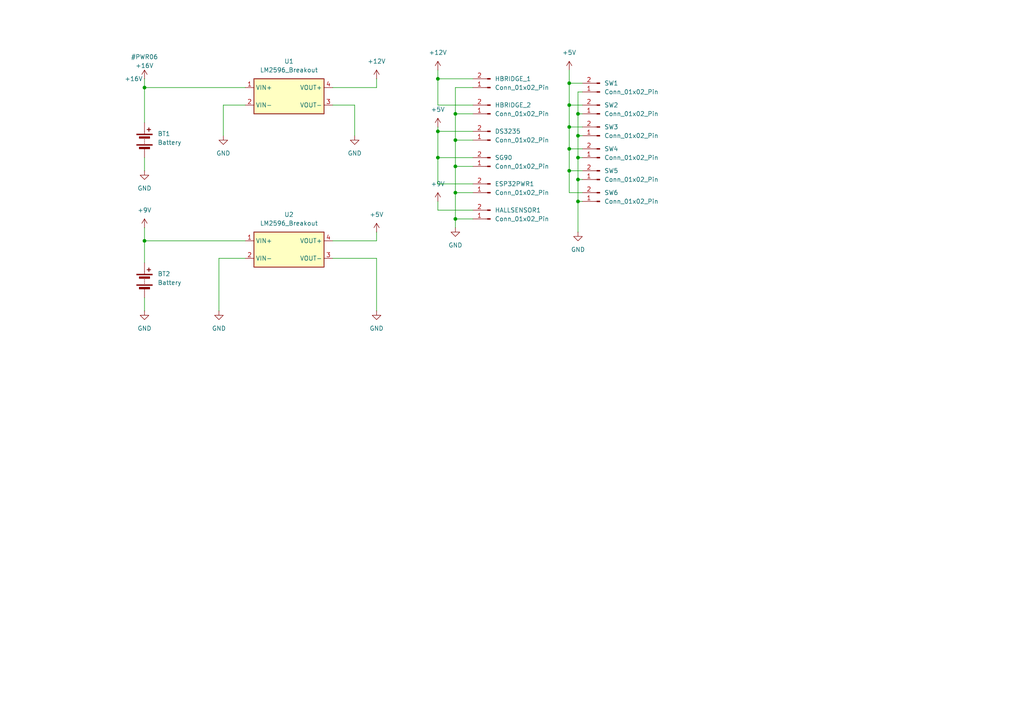
<source format=kicad_sch>
(kicad_sch (version 20250114) (generator "eeschema") (generator_version "9.0")
  (paper "A4")
  (lib_symbols
    (symbol "Connector:Conn_01x02_Pin" (pin_names (offset 1.016) (hide yes))
      (property "Reference" "J" (at 0 2.54 0))
      (property "Value" "Conn_01x02_Pin" (at 0 -5.08 0))
      (symbol "Conn_01x02_Pin_1_1"
        (rectangle (start 0.8636 0.127) (end 0 -0.127) (stroke (width 0.1524)) (fill (type outline)))
        (rectangle (start 0.8636 -2.413) (end 0 -2.667) (stroke (width 0.1524)) (fill (type outline)))
        (polyline (pts (xy 1.27 0) (xy 0.8636 0)) (stroke (width 0.1524)))
        (polyline (pts (xy 1.27 -2.54) (xy 0.8636 -2.54)) (stroke (width 0.1524)))
        (pin passive line (at 5.08 0 180) (length 3.81) (name "Pin_1") (number "1"))
        (pin passive line (at 5.08 -2.54 180) (length 3.81) (name "Pin_2") (number "2"))
      )
    )
    (symbol "Device:Battery" (pin_numbers (hide yes)) (pin_names (offset 0) (hide yes))
      (property "Reference" "BT" (at 2.54 2.54 0))
      (property "Value" "Battery" (at 2.54 0 0))
      (symbol "Battery_0_1"
        (rectangle (start -2.286 1.778) (end 2.286 1.524) (fill (type outline)))
        (rectangle (start -2.286 -1.27) (end 2.286 -1.524) (fill (type outline)))
        (rectangle (start -1.524 1.016) (end 1.524 0.508) (fill (type outline)))
        (rectangle (start -1.524 -2.032) (end 1.524 -2.54) (fill (type outline)))
        (polyline (pts (xy 0 1.778) (xy 0 2.54)))
        (polyline (pts (xy 0 0) (xy 0 0.254)))
        (polyline (pts (xy 0 -0.508) (xy 0 -0.254)))
        (polyline (pts (xy 0 -1.016) (xy 0 -0.762)))
        (polyline (pts (xy 0.762 3.048) (xy 1.778 3.048)) (stroke (width 0.254)))
        (polyline (pts (xy 1.27 3.556) (xy 1.27 2.54)) (stroke (width 0.254)))
      )
      (symbol "Battery_1_1"
        (pin passive line (at 0 5.08 270) (length 2.54) (name "+") (number "1"))
        (pin passive line (at 0 -5.08 90) (length 2.54) (name "-") (number "2"))
      )
    )
    (symbol "GS_PMIC:LM2596_Breakout"
      (property "Reference" "U1" (at 0 10.16 0))
      (property "Value" "LM2596_Breakout" (at 0 7.62 0))
      (symbol "LM2596_Breakout_0_1"
        (rectangle (start -10.16 5.08) (end 10.16 -5.08) (stroke (width 0.254)) (fill (type background)))
      )
      (symbol "LM2596_Breakout_1_1"
        (pin power_in line (at -12.7 2.54 0) (length 2.54) (name "VIN+") (number "1"))
        (pin power_in line (at -12.7 -2.54 0) (length 2.54) (name "VIN-") (number "2"))
        (pin power_out line (at 12.7 2.54 180) (length 2.54) (name "VOUT+") (number "4"))
        (pin power_out line (at 12.7 -2.54 180) (length 2.54) (name "VOUT-") (number "3"))
      )
    )
    (symbol "LM2596_Breakout_1"
      (property "Reference" "U2" (at 0 10.16 0))
      (property "Value" "LM2596_Breakout" (at 0 7.62 0))
      (symbol "LM2596_Breakout_1_0_1"
        (rectangle (start -10.16 5.08) (end 10.16 -5.08) (stroke (width 0.254)) (fill (type background)))
      )
      (symbol "LM2596_Breakout_1_1_1"
        (pin power_in line (at -12.7 2.54 0) (length 2.54) (name "VIN+") (number "1"))
        (pin power_in line (at -12.7 -2.54 0) (length 2.54) (name "VIN-") (number "2"))
        (pin power_out line (at 12.7 2.54 180) (length 2.54) (name "VOUT+") (number "4"))
        (pin power_out line (at 12.7 -2.54 180) (length 2.54) (name "VOUT-") (number "3"))
      )
    )
    (symbol "power:+12V" (power) (pin_numbers (hide yes)) (pin_names (offset 0) (hide yes))
      (property "Value" "+12V" (at 0 3.556 0))
      (symbol "+12V_0_1"
        (polyline (pts (xy -0.762 1.27) (xy 0 2.54)))
        (polyline (pts (xy 0 2.54) (xy 0.762 1.27)))
        (polyline (pts (xy 0 0) (xy 0 2.54)))
      )
      (symbol "+12V_1_1"
        (pin power_in line (at 0 0 90) (length 0) (name "~") (number "1"))
      )
    )
    (symbol "power:+5V" (power) (pin_numbers (hide yes)) (pin_names (offset 0) (hide yes))
      (property "Value" "+5V" (at 0 3.556 0))
      (symbol "+5V_0_1"
        (polyline (pts (xy -0.762 1.27) (xy 0 2.54)))
        (polyline (pts (xy 0 2.54) (xy 0.762 1.27)))
        (polyline (pts (xy 0 0) (xy 0 2.54)))
      )
      (symbol "+5V_1_1"
        (pin power_in line (at 0 0 90) (length 0) (name "~") (number "1"))
      )
    )
    (symbol "power:+9V" (power) (pin_numbers (hide yes)) (pin_names (offset 0) (hide yes))
      (property "Value" "+9V" (at 0 3.556 0))
      (symbol "+9V_0_1"
        (polyline (pts (xy -0.762 1.27) (xy 0 2.54)))
        (polyline (pts (xy 0 2.54) (xy 0.762 1.27)))
        (polyline (pts (xy 0 0) (xy 0 2.54)))
      )
      (symbol "+9V_1_1"
        (pin power_in line (at 0 0 90) (length 0) (name "~") (number "1"))
      )
    )
    (symbol "power:GND" (power) (pin_numbers (hide yes)) (pin_names (offset 0) (hide yes))
      (property "Value" "GND" (at 0 -3.81 0))
      (symbol "GND_0_1"
        (polyline (pts (xy 0 0) (xy 0 -1.27) (xy 1.27 -1.27) (xy 0 -2.54) (xy -1.27 -1.27) (xy 0 -1.27)))
      )
      (symbol "GND_1_1"
        (pin power_in line (at 0 0 270) (length 0) (name "~") (number "1"))
      )
    )
    (symbol "power_custom:+16V" (power) (in_bom no) (on_board no)
      (property "Reference" "#PWR" (at -0.381 -1.778 0))
      (symbol "+16V_0_1"
        (polyline (pts (xy 0 2.54) (xy -0.762 1.27)))
        (polyline (pts (xy 0 0) (xy 0 2.54) (xy 0.762 1.27)))
      )
      (symbol "+16V_1_1"
        (pin power_in line (at 0 0 180) (length 0) (name "+16V") (number ""))
      )
    )
  )
  (junction (at 41.91 69.85))
  (junction (at 127 45.72))
  (junction (at 41.91 25.4))
  (junction (at 127 38.1))
  (junction (at 132.08 48.26))
  (junction (at 132.08 63.5))
  (junction (at 165.1 30.48))
  (junction (at 167.64 33.02))
  (junction (at 165.1 36.83))
  (junction (at 165.1 43.18))
  (junction (at 132.08 55.88))
  (junction (at 167.64 45.72))
  (junction (at 167.64 52.07))
  (junction (at 132.08 33.02))
  (junction (at 167.64 39.37))
  (junction (at 127 22.86))
  (junction (at 165.1 49.53))
  (junction (at 132.08 40.64))
  (junction (at 165.1 24.13))
  (junction (at 167.64 58.42))
  (wire (pts (xy 132.08 33.02) (xy 137.16 33.02)))
  (wire (pts (xy 167.64 52.07) (xy 168.91 52.07)))
  (wire (pts (xy 41.91 76.2) (xy 41.91 69.85)))
  (wire (pts (xy 132.08 55.88) (xy 137.16 55.88)))
  (wire (pts (xy 127 30.48) (xy 127 22.86)))
  (wire (pts (xy 41.91 25.4) (xy 71.12 25.4)))
  (wire (pts (xy 63.5 74.93) (xy 63.5 90.17)))
  (wire (pts (xy 96.52 30.48) (xy 102.87 30.48)))
  (wire (pts (xy 132.08 63.5) (xy 132.08 66.04)))
  (wire (pts (xy 137.16 45.72) (xy 127 45.72)))
  (wire (pts (xy 167.64 58.42) (xy 168.91 58.42)))
  (wire (pts (xy 137.16 22.86) (xy 127 22.86)))
  (wire (pts (xy 127 58.42) (xy 127 60.96)))
  (wire (pts (xy 167.64 39.37) (xy 168.91 39.37)))
  (wire (pts (xy 165.1 24.13) (xy 165.1 30.48)))
  (wire (pts (xy 132.08 48.26) (xy 132.08 55.88)))
  (wire (pts (xy 167.64 58.42) (xy 167.64 67.31)))
  (wire (pts (xy 41.91 66.04) (xy 41.91 69.85)))
  (wire (pts (xy 41.91 69.85) (xy 71.12 69.85)))
  (wire (pts (xy 127 36.83) (xy 127 38.1)))
  (wire (pts (xy 127 20.32) (xy 127 22.86)))
  (wire (pts (xy 102.87 30.48) (xy 102.87 39.37)))
  (wire (pts (xy 132.08 40.64) (xy 132.08 48.26)))
  (wire (pts (xy 41.91 86.36) (xy 41.91 90.17)))
  (wire (pts (xy 127 45.72) (xy 127 53.34)))
  (wire (pts (xy 109.22 22.86) (xy 109.22 25.4)))
  (wire (pts (xy 109.22 67.31) (xy 109.22 69.85)))
  (wire (pts (xy 167.64 26.67) (xy 167.64 33.02)))
  (wire (pts (xy 127 53.34) (xy 137.16 53.34)))
  (wire (pts (xy 96.52 74.93) (xy 109.22 74.93)))
  (wire (pts (xy 168.91 24.13) (xy 165.1 24.13)))
  (wire (pts (xy 137.16 25.4) (xy 132.08 25.4)))
  (wire (pts (xy 96.52 69.85) (xy 109.22 69.85)))
  (wire (pts (xy 137.16 60.96) (xy 127 60.96)))
  (wire (pts (xy 165.1 30.48) (xy 165.1 36.83)))
  (wire (pts (xy 137.16 40.64) (xy 132.08 40.64)))
  (wire (pts (xy 41.91 35.56) (xy 41.91 25.4)))
  (wire (pts (xy 168.91 26.67) (xy 167.64 26.67)))
  (wire (pts (xy 132.08 33.02) (xy 132.08 40.64)))
  (wire (pts (xy 167.64 39.37) (xy 167.64 45.72)))
  (wire (pts (xy 127 45.72) (xy 127 38.1)))
  (wire (pts (xy 132.08 55.88) (xy 132.08 63.5)))
  (wire (pts (xy 165.1 36.83) (xy 165.1 43.18)))
  (wire (pts (xy 109.22 74.93) (xy 109.22 90.17)))
  (wire (pts (xy 41.91 22.86) (xy 41.91 25.4)))
  (wire (pts (xy 167.64 52.07) (xy 167.64 58.42)))
  (wire (pts (xy 165.1 43.18) (xy 165.1 49.53)))
  (wire (pts (xy 137.16 38.1) (xy 127 38.1)))
  (wire (pts (xy 132.08 63.5) (xy 137.16 63.5)))
  (wire (pts (xy 64.77 30.48) (xy 64.77 39.37)))
  (wire (pts (xy 132.08 48.26) (xy 137.16 48.26)))
  (wire (pts (xy 165.1 43.18) (xy 168.91 43.18)))
  (wire (pts (xy 137.16 30.48) (xy 127 30.48)))
  (wire (pts (xy 41.91 45.72) (xy 41.91 49.53)))
  (wire (pts (xy 165.1 20.32) (xy 165.1 24.13)))
  (wire (pts (xy 167.64 33.02) (xy 168.91 33.02)))
  (wire (pts (xy 132.08 25.4) (xy 132.08 33.02)))
  (wire (pts (xy 165.1 49.53) (xy 168.91 49.53)))
  (wire (pts (xy 165.1 30.48) (xy 168.91 30.48)))
  (wire (pts (xy 165.1 36.83) (xy 168.91 36.83)))
  (wire (pts (xy 96.52 25.4) (xy 109.22 25.4)))
  (wire (pts (xy 167.64 45.72) (xy 167.64 52.07)))
  (wire (pts (xy 167.64 33.02) (xy 167.64 39.37)))
  (wire (pts (xy 71.12 30.48) (xy 64.77 30.48)))
  (wire (pts (xy 167.64 45.72) (xy 168.91 45.72)))
  (wire (pts (xy 165.1 55.88) (xy 168.91 55.88)))
  (wire (pts (xy 71.12 74.93) (xy 63.5 74.93)))
  (wire (pts (xy 165.1 49.53) (xy 165.1 55.88)))
  (symbol (lib_id "power:GND") (at 109.22 90.17 0) (unit 1)
    (property "Reference" "#PWR013" (effects (hide yes)))
    (property "Value" "GND" (at 109.22 95.25 0))
    (property "Description" "Power symbol creates a global label with name \"GND\" , ground" (effects (hide yes)))
  )
  (symbol (lib_id "Connector:Conn_01x02_Pin") (at 142.24 40.64 180) (unit 1)
    (property "Reference" "DS3235" (at 143.51 38.0999 0) (effects (justify right)))
    (property "Value" "Conn_01x02_Pin" (at 143.51 40.6399 0) (effects (justify right)))
    (property "Footprint" "Connector_JST:JST_XH_B2B-XH-A_1x02_P2.50mm_Vertical" (effects (hide yes)))
    (property "Description" "Generic connector, single row, 01x02, script generated" (effects (hide yes)))
  )
  (symbol (lib_id "power:+5V") (at 109.22 67.31 0) (unit 1)
    (property "Reference" "#PWR012" (effects (hide yes)))
    (property "Value" "+5V" (at 109.22 62.23 0))
    (property "Description" "Power symbol creates a global label with name \"+5V\"" (effects (hide yes)))
  )
  (symbol (lib_id "GS_PMIC:LM2596_Breakout") (at 83.82 27.94 0) (unit 1)
    (property "Reference" "U1" (at 83.82 17.78 0))
    (property "Value" "LM2596_Breakout" (at 83.82 20.32 0))
    (property "Footprint" "GS_Development_Boards:LM2596_Breakout" (effects (hide yes)))
    (property "Datasheet" "http://www.ti.com/lit/ds/symlink/lm2596.pdf" (effects (hide yes)))
    (property "Description" "12V 3A Step-Down Voltage Regulator, TO-263" (effects (hide yes)))
  )
  (symbol (lib_id "Connector:Conn_01x02_Pin") (at 142.24 55.88 180) (unit 1)
    (property "Reference" "ESP32PWR1" (at 143.51 53.3399 0) (effects (justify right)))
    (property "Value" "Conn_01x02_Pin" (at 143.51 55.8799 0) (effects (justify right)))
    (property "Footprint" "Connector_JST:JST_XH_B2B-XH-A_1x02_P2.50mm_Vertical" (effects (hide yes)))
    (property "Description" "Generic connector, single row, 01x02, script generated" (effects (hide yes)))
  )
  (symbol (lib_id "Connector:Conn_01x02_Pin") (at 173.99 33.02 180) (unit 1)
    (property "Reference" "SW2" (at 175.26 30.4799 0) (effects (justify right)))
    (property "Value" "Conn_01x02_Pin" (at 175.26 33.0199 0) (effects (justify right)))
    (property "Footprint" "Connector_JST:JST_XH_B2B-XH-A_1x02_P2.50mm_Vertical" (effects (hide yes)))
    (property "Description" "Generic connector, single row, 01x02, script generated" (effects (hide yes)))
  )
  (symbol (lib_id "power:GND") (at 41.91 90.17 0) (unit 1)
    (property "Reference" "#PWR010" (effects (hide yes)))
    (property "Value" "GND" (at 41.91 95.25 0))
    (property "Description" "Power symbol creates a global label with name \"GND\" , ground" (effects (hide yes)))
  )
  (symbol (lib_id "Connector:Conn_01x02_Pin") (at 142.24 63.5 180) (unit 1)
    (property "Reference" "HALLSENSOR1" (at 143.51 60.9599 0) (effects (justify right)))
    (property "Value" "Conn_01x02_Pin" (at 143.51 63.4999 0) (effects (justify right)))
    (property "Footprint" "Connector_JST:JST_XH_B2B-XH-A_1x02_P2.50mm_Vertical" (effects (hide yes)))
    (property "Description" "Generic connector, single row, 01x02, script generated" (effects (hide yes)))
  )
  (symbol (lib_id "power:+5V") (at 165.1 20.32 0) (unit 1)
    (property "Reference" "#PWR015" (effects (hide yes)))
    (property "Value" "+5V" (at 165.1 15.24 0))
    (property "Description" "Power symbol creates a global label with name \"+5V\"" (effects (hide yes)))
  )
  (symbol (lib_id "power:GND") (at 132.08 66.04 0) (unit 1)
    (property "Reference" "#PWR07" (effects (hide yes)))
    (property "Value" "GND" (at 132.08 71.12 0))
    (property "Description" "Power symbol creates a global label with name \"GND\" , ground" (effects (hide yes)))
  )
  (symbol (lib_id "power:GND") (at 64.77 39.37 0) (unit 1)
    (property "Reference" "#PWR02" (effects (hide yes)))
    (property "Value" "GND" (at 64.77 44.45 0))
    (property "Description" "Power symbol creates a global label with name \"GND\" , ground" (effects (hide yes)))
  )
  (symbol (lib_id "power:+12V") (at 109.22 22.86 0) (unit 1)
    (property "Reference" "#PWR04" (effects (hide yes)))
    (property "Value" "+12V" (at 109.22 17.78 0))
    (property "Description" "Power symbol creates a global label with name \"+12V\"" (effects (hide yes)))
  )
  (symbol (lib_id "power:GND") (at 63.5 90.17 0) (unit 1)
    (property "Reference" "#PWR011" (effects (hide yes)))
    (property "Value" "GND" (at 63.5 95.25 0))
    (property "Description" "Power symbol creates a global label with name \"GND\" , ground" (effects (hide yes)))
  )
  (symbol (lib_name "LM2596_Breakout_1") (lib_id "GS_PMIC:LM2596_Breakout") (at 83.82 72.39 0) (unit 1)
    (property "Reference" "U2" (at 83.82 62.23 0))
    (property "Value" "LM2596_Breakout" (at 83.82 64.77 0))
    (property "Footprint" "GS_Development_Boards:LM2596_Breakout" (effects (hide yes)))
    (property "Datasheet" "http://www.ti.com/lit/ds/symlink/lm2596.pdf" (effects (hide yes)))
    (property "Description" "12V 3A Step-Down Voltage Regulator, TO-263" (effects (hide yes)))
  )
  (symbol (lib_id "Connector:Conn_01x02_Pin") (at 173.99 39.37 180) (unit 1)
    (property "Reference" "SW3" (at 175.26 36.8299 0) (effects (justify right)))
    (property "Value" "Conn_01x02_Pin" (at 175.26 39.3699 0) (effects (justify right)))
    (property "Footprint" "Connector_JST:JST_XH_B2B-XH-A_1x02_P2.50mm_Vertical" (effects (hide yes)))
    (property "Description" "Generic connector, single row, 01x02, script generated" (effects (hide yes)))
  )
  (symbol (lib_id "power:+9V") (at 127 58.42 0) (unit 1)
    (property "Reference" "#PWR014" (effects (hide yes)))
    (property "Value" "+9V" (at 127 53.34 0))
    (property "Description" "Power symbol creates a global label with name \"+9V\"" (effects (hide yes)))
  )
  (symbol (lib_id "power:+9V") (at 41.91 66.04 0) (unit 1)
    (property "Reference" "#PWR05" (effects (hide yes)))
    (property "Value" "+9V" (at 41.91 60.96 0))
    (property "Description" "Power symbol creates a global label with name \"+9V\"" (effects (hide yes)))
  )
  (symbol (lib_id "power:+5V") (at 127 36.83 0) (unit 1)
    (property "Reference" "#PWR08" (effects (hide yes)))
    (property "Value" "+5V" (at 127 31.75 0))
    (property "Description" "Power symbol creates a global label with name \"+5V\"" (effects (hide yes)))
  )
  (symbol (lib_id "power:GND") (at 167.64 67.31 0) (unit 1)
    (property "Reference" "#PWR016" (effects (hide yes)))
    (property "Value" "GND" (at 167.64 72.39 0))
    (property "Description" "Power symbol creates a global label with name \"GND\" , ground" (effects (hide yes)))
  )
  (symbol (lib_id "Connector:Conn_01x02_Pin") (at 173.99 58.42 180) (unit 1)
    (property "Reference" "SW6" (at 175.26 55.8799 0) (effects (justify right)))
    (property "Value" "Conn_01x02_Pin" (at 175.26 58.4199 0) (effects (justify right)))
    (property "Footprint" "Connector_JST:JST_XH_B2B-XH-A_1x02_P2.50mm_Vertical" (effects (hide yes)))
    (property "Description" "Generic connector, single row, 01x02, script generated" (effects (hide yes)))
  )
  (symbol (lib_id "Connector:Conn_01x02_Pin") (at 173.99 52.07 180) (unit 1)
    (property "Reference" "SW5" (at 175.26 49.5299 0) (effects (justify right)))
    (property "Value" "Conn_01x02_Pin" (at 175.26 52.0699 0) (effects (justify right)))
    (property "Footprint" "Connector_JST:JST_XH_B2B-XH-A_1x02_P2.50mm_Vertical" (effects (hide yes)))
    (property "Description" "Generic connector, single row, 01x02, script generated" (effects (hide yes)))
  )
  (symbol (lib_id "Connector:Conn_01x02_Pin") (at 142.24 25.4 180) (unit 1)
    (property "Reference" "HBRIDGE_1" (at 143.51 22.8599 0) (effects (justify right)))
    (property "Value" "Conn_01x02_Pin" (at 143.51 25.3999 0) (effects (justify right)))
    (property "Footprint" "Connector_JST:JST_XH_B2B-XH-A_1x02_P2.50mm_Vertical" (effects (hide yes)))
    (property "Description" "Generic connector, single row, 01x02, script generated" (effects (hide yes)))
  )
  (symbol (lib_id "power:GND") (at 102.87 39.37 0) (unit 1)
    (property "Reference" "#PWR03" (effects (hide yes)))
    (property "Value" "GND" (at 102.87 44.45 0))
    (property "Description" "Power symbol creates a global label with name \"GND\" , ground" (effects (hide yes)))
  )
  (symbol (lib_id "power:+12V") (at 127 20.32 0) (unit 1)
    (property "Reference" "#PWR09" (effects (hide yes)))
    (property "Value" "+12V" (at 127 15.24 0))
    (property "Description" "Power symbol creates a global label with name \"+12V\"" (effects (hide yes)))
  )
  (symbol (lib_id "power_custom:+16V") (at 41.91 22.86 0) (unit 1) (in_bom no) (on_board no)
    (property "Reference" "#PWR06" (at 41.91 16.51 0))
    (property "Value" "+16V" (at 41.91 19.05 0))
  )
  (symbol (lib_id "Connector:Conn_01x02_Pin") (at 173.99 45.72 180) (unit 1)
    (property "Reference" "SW4" (at 175.26 43.1799 0) (effects (justify right)))
    (property "Value" "Conn_01x02_Pin" (at 175.26 45.7199 0) (effects (justify right)))
    (property "Footprint" "Connector_JST:JST_XH_B2B-XH-A_1x02_P2.50mm_Vertical" (effects (hide yes)))
    (property "Description" "Generic connector, single row, 01x02, script generated" (effects (hide yes)))
  )
  (symbol (lib_id "Device:Battery") (at 41.91 81.28 0) (unit 1)
    (property "Reference" "BT2" (at 45.72 79.4384 0) (effects (justify left)))
    (property "Value" "Battery" (at 45.72 81.9784 0) (effects (justify left)))
    (property "Footprint" "Connector_JST:JST_XH_B2B-XH-A_1x02_P2.50mm_Vertical" (effects (hide yes)))
    (property "Description" "Multiple-cell battery" (effects (hide yes)))
  )
  (symbol (lib_id "Connector:Conn_01x02_Pin") (at 173.99 26.67 180) (unit 1)
    (property "Reference" "SW1" (at 175.26 24.1299 0) (effects (justify right)))
    (property "Value" "Conn_01x02_Pin" (at 175.26 26.6699 0) (effects (justify right)))
    (property "Footprint" "Connector_JST:JST_XH_B2B-XH-A_1x02_P2.50mm_Vertical" (effects (hide yes)))
    (property "Description" "Generic connector, single row, 01x02, script generated" (effects (hide yes)))
  )
  (symbol (lib_id "Device:Battery") (at 41.91 40.64 0) (unit 1)
    (property "Reference" "BT1" (at 45.72 38.7984 0) (effects (justify left)))
    (property "Value" "Battery" (at 45.72 41.3384 0) (effects (justify left)))
    (property "Footprint" "Connector_JST:JST_XH_B2B-XH-A_1x02_P2.50mm_Vertical" (effects (hide yes)))
    (property "Description" "Multiple-cell battery" (effects (hide yes)))
  )
  (symbol (lib_id "Connector:Conn_01x02_Pin") (at 142.24 33.02 180) (unit 1)
    (property "Reference" "HBRIDGE_2" (at 143.51 30.4799 0) (effects (justify right)))
    (property "Value" "Conn_01x02_Pin" (at 143.51 33.0199 0) (effects (justify right)))
    (property "Footprint" "Connector_JST:JST_XH_B2B-XH-A_1x02_P2.50mm_Vertical" (effects (hide yes)))
    (property "Description" "Generic connector, single row, 01x02, script generated" (effects (hide yes)))
  )
  (symbol (lib_id "Connector:Conn_01x02_Pin") (at 142.24 48.26 180) (unit 1)
    (property "Reference" "SG90" (at 143.51 45.7199 0) (effects (justify right)))
    (property "Value" "Conn_01x02_Pin" (at 143.51 48.2599 0) (effects (justify right)))
    (property "Footprint" "Connector_JST:JST_XH_B2B-XH-A_1x02_P2.50mm_Vertical" (effects (hide yes)))
    (property "Description" "Generic connector, single row, 01x02, script generated" (effects (hide yes)))
  )
  (symbol (lib_id "power:GND") (at 41.91 49.53 0) (unit 1)
    (property "Reference" "#PWR01" (effects (hide yes)))
    (property "Value" "GND" (at 41.91 54.61 0))
    (property "Description" "Power symbol creates a global label with name \"GND\" , ground" (effects (hide yes)))
  )
)
</source>
